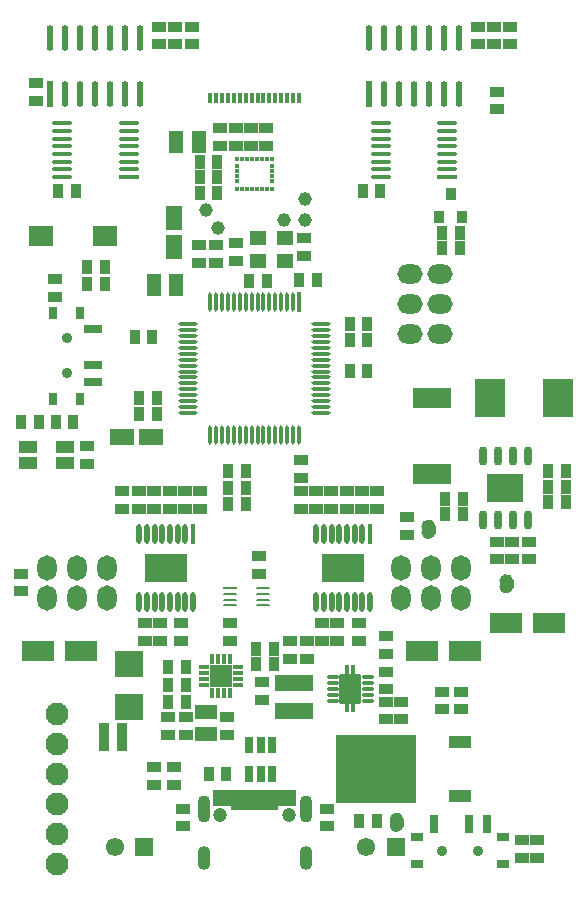
<source format=gts>
G04*
G04 #@! TF.GenerationSoftware,Altium Limited,Altium Designer,22.6.1 (34)*
G04*
G04 Layer_Color=8388736*
%FSLAX44Y44*%
%MOMM*%
G71*
G04*
G04 #@! TF.SameCoordinates,9900268D-5443-4670-A824-5D7C6AAB4451*
G04*
G04*
G04 #@! TF.FilePolarity,Negative*
G04*
G01*
G75*
%ADD13C,0.2500*%
%ADD33R,0.3556X0.8382*%
G04:AMPARAMS|DCode=39|XSize=1.6554mm|YSize=0.3808mm|CornerRadius=0.1904mm|HoleSize=0mm|Usage=FLASHONLY|Rotation=180.000|XOffset=0mm|YOffset=0mm|HoleType=Round|Shape=RoundedRectangle|*
%AMROUNDEDRECTD39*
21,1,1.6554,0.0000,0,0,180.0*
21,1,1.2747,0.3808,0,0,180.0*
1,1,0.3808,-0.6373,0.0000*
1,1,0.3808,0.6373,0.0000*
1,1,0.3808,0.6373,0.0000*
1,1,0.3808,-0.6373,0.0000*
%
%ADD39ROUNDEDRECTD39*%
%ADD40R,1.6554X0.3808*%
G04:AMPARAMS|DCode=45|XSize=0.3mm|YSize=1.6552mm|CornerRadius=0.15mm|HoleSize=0mm|Usage=FLASHONLY|Rotation=270.000|XOffset=0mm|YOffset=0mm|HoleType=Round|Shape=RoundedRectangle|*
%AMROUNDEDRECTD45*
21,1,0.3000,1.3552,0,0,270.0*
21,1,0.0000,1.6552,0,0,270.0*
1,1,0.3000,-0.6776,0.0000*
1,1,0.3000,-0.6776,0.0000*
1,1,0.3000,0.6776,0.0000*
1,1,0.3000,0.6776,0.0000*
%
%ADD45ROUNDEDRECTD45*%
G04:AMPARAMS|DCode=46|XSize=1.6552mm|YSize=0.3mm|CornerRadius=0.15mm|HoleSize=0mm|Usage=FLASHONLY|Rotation=270.000|XOffset=0mm|YOffset=0mm|HoleType=Round|Shape=RoundedRectangle|*
%AMROUNDEDRECTD46*
21,1,1.6552,0.0000,0,0,270.0*
21,1,1.3552,0.3000,0,0,270.0*
1,1,0.3000,0.0000,-0.6776*
1,1,0.3000,0.0000,0.6776*
1,1,0.3000,0.0000,0.6776*
1,1,0.3000,0.0000,-0.6776*
%
%ADD46ROUNDEDRECTD46*%
%ADD47R,0.3000X1.6552*%
%ADD48R,0.4500X1.6554*%
G04:AMPARAMS|DCode=49|XSize=1.6554mm|YSize=0.45mm|CornerRadius=0.225mm|HoleSize=0mm|Usage=FLASHONLY|Rotation=270.000|XOffset=0mm|YOffset=0mm|HoleType=Round|Shape=RoundedRectangle|*
%AMROUNDEDRECTD49*
21,1,1.6554,0.0000,0,0,270.0*
21,1,1.2054,0.4500,0,0,270.0*
1,1,0.4500,0.0000,-0.6027*
1,1,0.4500,0.0000,0.6027*
1,1,0.4500,0.0000,0.6027*
1,1,0.4500,0.0000,-0.6027*
%
%ADD49ROUNDEDRECTD49*%
G04:AMPARAMS|DCode=50|XSize=1.1603mm|YSize=0.2368mm|CornerRadius=0.1184mm|HoleSize=0mm|Usage=FLASHONLY|Rotation=0.000|XOffset=0mm|YOffset=0mm|HoleType=Round|Shape=RoundedRectangle|*
%AMROUNDEDRECTD50*
21,1,1.1603,0.0000,0,0,0.0*
21,1,0.9235,0.2368,0,0,0.0*
1,1,0.2368,0.4618,0.0000*
1,1,0.2368,-0.4618,0.0000*
1,1,0.2368,-0.4618,0.0000*
1,1,0.2368,0.4618,0.0000*
%
%ADD50ROUNDEDRECTD50*%
%ADD51R,1.1603X0.2368*%
G04:AMPARAMS|DCode=52|XSize=2.1741mm|YSize=0.5834mm|CornerRadius=0.2917mm|HoleSize=0mm|Usage=FLASHONLY|Rotation=90.000|XOffset=0mm|YOffset=0mm|HoleType=Round|Shape=RoundedRectangle|*
%AMROUNDEDRECTD52*
21,1,2.1741,0.0000,0,0,90.0*
21,1,1.5907,0.5834,0,0,90.0*
1,1,0.5834,0.0000,0.7953*
1,1,0.5834,0.0000,-0.7953*
1,1,0.5834,0.0000,-0.7953*
1,1,0.5834,0.0000,0.7953*
%
%ADD52ROUNDEDRECTD52*%
%ADD53R,0.5834X2.1741*%
%ADD58R,0.7000X1.5000*%
%ADD59R,1.0000X0.8000*%
%ADD60R,1.0000X0.7000*%
%ADD61R,1.5000X0.7000*%
%ADD62R,0.8000X1.0000*%
%ADD63R,0.7000X1.0000*%
%ADD67C,0.2000*%
%ADD68R,3.2000X1.7200*%
%ADD70C,0.7500*%
%ADD71R,0.8800X1.4800*%
%ADD72R,0.7400X1.3400*%
%ADD73R,0.5800X1.7800*%
%ADD74R,1.1500X0.9500*%
%ADD75R,1.4500X1.2500*%
%ADD76R,2.5500X3.2000*%
%ADD77R,0.7500X1.3500*%
%ADD78R,0.9500X1.1500*%
%ADD79R,1.1500X1.8500*%
%ADD80R,1.8500X1.1500*%
%ADD81R,2.1500X1.7500*%
%ADD82R,0.3300X0.4500*%
%ADD83R,0.4500X0.3300*%
%ADD84O,0.4000X0.9500*%
%ADD85O,0.9500X0.4000*%
%ADD86R,1.8300X1.8300*%
%ADD87R,3.1500X2.3500*%
%ADD88O,0.7500X1.6000*%
%ADD89R,1.9000X1.1000*%
%ADD90R,6.7500X5.7500*%
%ADD91R,3.5500X2.4600*%
%ADD92C,1.1500*%
%ADD93R,2.1000X1.4000*%
%ADD94R,1.4000X2.1000*%
%ADD95R,2.7500X1.7500*%
%ADD96R,3.2500X1.4500*%
G04:AMPARAMS|DCode=97|XSize=1.79mm|YSize=2.54mm|CornerRadius=0.1195mm|HoleSize=0mm|Usage=FLASHONLY|Rotation=0.000|XOffset=0mm|YOffset=0mm|HoleType=Round|Shape=RoundedRectangle|*
%AMROUNDEDRECTD97*
21,1,1.7900,2.3010,0,0,0.0*
21,1,1.5510,2.5400,0,0,0.0*
1,1,0.2390,0.7755,-1.1505*
1,1,0.2390,-0.7755,-1.1505*
1,1,0.2390,-0.7755,1.1505*
1,1,0.2390,0.7755,1.1505*
%
%ADD97ROUNDEDRECTD97*%
G04:AMPARAMS|DCode=98|XSize=0.42mm|YSize=0.99mm|CornerRadius=0.1204mm|HoleSize=0mm|Usage=FLASHONLY|Rotation=90.000|XOffset=0mm|YOffset=0mm|HoleType=Round|Shape=RoundedRectangle|*
%AMROUNDEDRECTD98*
21,1,0.4200,0.7492,0,0,90.0*
21,1,0.1792,0.9900,0,0,90.0*
1,1,0.2408,0.3746,0.0896*
1,1,0.2408,0.3746,-0.0896*
1,1,0.2408,-0.3746,-0.0896*
1,1,0.2408,-0.3746,0.0896*
%
%ADD98ROUNDEDRECTD98*%
%ADD99R,2.4000X2.2000*%
%ADD100R,0.9500X1.0500*%
%ADD101R,1.6500X1.0500*%
%ADD102R,0.4300X0.8500*%
%ADD103C,1.2000*%
%ADD104O,1.1000X2.3000*%
%ADD105O,1.1000X2.0000*%
%ADD106C,1.5500*%
%ADD107R,1.5500X1.5500*%
%ADD108C,0.9000*%
%ADD109C,1.9500*%
%ADD110O,1.6500X2.1500*%
%ADD111O,2.1500X1.6500*%
D13*
X852500Y258875D02*
Y265000D01*
X843500Y258875D02*
Y265000D01*
X777500Y305000D02*
Y311125D01*
X786500Y305000D02*
Y311125D01*
X759500Y56875D02*
Y63000D01*
X750500Y56875D02*
Y63000D01*
D33*
X597500Y673550D02*
D03*
X602500D02*
D03*
X607500D02*
D03*
X612500D02*
D03*
X617500D02*
D03*
X622500D02*
D03*
X627500D02*
D03*
X632500D02*
D03*
X637500D02*
D03*
X642500D02*
D03*
X647500D02*
D03*
X652500D02*
D03*
X657500D02*
D03*
X662500D02*
D03*
X667500D02*
D03*
X672500D02*
D03*
D39*
X471746Y606250D02*
D03*
Y612750D02*
D03*
Y619250D02*
D03*
Y625750D02*
D03*
Y632250D02*
D03*
Y638750D02*
D03*
Y645250D02*
D03*
Y651750D02*
D03*
X528254D02*
D03*
Y645250D02*
D03*
Y638750D02*
D03*
Y632250D02*
D03*
Y625750D02*
D03*
Y619250D02*
D03*
Y612750D02*
D03*
X741746Y606250D02*
D03*
Y612750D02*
D03*
Y619250D02*
D03*
Y625750D02*
D03*
Y632250D02*
D03*
Y638750D02*
D03*
Y645250D02*
D03*
Y651750D02*
D03*
X798254D02*
D03*
Y645250D02*
D03*
Y638750D02*
D03*
Y632250D02*
D03*
Y625750D02*
D03*
Y619250D02*
D03*
Y612750D02*
D03*
D40*
X528254Y606250D02*
D03*
X798254D02*
D03*
D45*
X691255Y481500D02*
D03*
Y476500D02*
D03*
Y471500D02*
D03*
Y466500D02*
D03*
Y461500D02*
D03*
Y456500D02*
D03*
Y451500D02*
D03*
Y446500D02*
D03*
Y441500D02*
D03*
Y436500D02*
D03*
Y431500D02*
D03*
Y426500D02*
D03*
Y421500D02*
D03*
Y416500D02*
D03*
Y411500D02*
D03*
Y406500D02*
D03*
X578745D02*
D03*
Y411500D02*
D03*
Y416500D02*
D03*
Y421500D02*
D03*
Y426500D02*
D03*
Y431500D02*
D03*
Y436500D02*
D03*
Y441500D02*
D03*
Y446500D02*
D03*
Y451500D02*
D03*
Y456500D02*
D03*
Y461500D02*
D03*
Y466500D02*
D03*
Y471500D02*
D03*
Y476500D02*
D03*
Y481500D02*
D03*
D46*
X672500Y387745D02*
D03*
X667500D02*
D03*
X662500D02*
D03*
X657500D02*
D03*
X652500D02*
D03*
X647500D02*
D03*
X642500D02*
D03*
X637500D02*
D03*
X632500D02*
D03*
X627500D02*
D03*
X622500D02*
D03*
X617500D02*
D03*
X612500D02*
D03*
X607500D02*
D03*
X602500D02*
D03*
X597500D02*
D03*
Y500255D02*
D03*
X602500D02*
D03*
X607500D02*
D03*
X612500D02*
D03*
X617500D02*
D03*
X622500D02*
D03*
X627500D02*
D03*
X632500D02*
D03*
X637500D02*
D03*
X642500D02*
D03*
X647500D02*
D03*
X652500D02*
D03*
X657500D02*
D03*
X662500D02*
D03*
X667500D02*
D03*
D47*
X672500D02*
D03*
D48*
X582750Y304000D02*
D03*
X732750D02*
D03*
D49*
X576250D02*
D03*
X569750D02*
D03*
X563250D02*
D03*
X556750D02*
D03*
X550250D02*
D03*
X543750D02*
D03*
X537250D02*
D03*
Y246000D02*
D03*
X543750D02*
D03*
X550250D02*
D03*
X556750D02*
D03*
X563250D02*
D03*
X569750D02*
D03*
X576250D02*
D03*
X582750D02*
D03*
X726250Y304000D02*
D03*
X719750D02*
D03*
X713250D02*
D03*
X706750D02*
D03*
X700250D02*
D03*
X693750D02*
D03*
X687250D02*
D03*
Y246000D02*
D03*
X693750D02*
D03*
X700250D02*
D03*
X706750D02*
D03*
X713250D02*
D03*
X719750D02*
D03*
X726250D02*
D03*
X732750D02*
D03*
D50*
X641759Y258500D02*
D03*
Y253500D02*
D03*
Y248500D02*
D03*
Y243500D02*
D03*
X614241D02*
D03*
Y248500D02*
D03*
Y253500D02*
D03*
D51*
Y258500D02*
D03*
D52*
X461900Y723661D02*
D03*
X474600D02*
D03*
X487300D02*
D03*
X500000D02*
D03*
X512700D02*
D03*
X525400D02*
D03*
X538100D02*
D03*
Y676339D02*
D03*
X525400D02*
D03*
X512700D02*
D03*
X500000D02*
D03*
X487300D02*
D03*
X474600D02*
D03*
X731900Y723661D02*
D03*
X744600D02*
D03*
X757300D02*
D03*
X770000D02*
D03*
X782700D02*
D03*
X795400D02*
D03*
X808100D02*
D03*
Y676339D02*
D03*
X795400D02*
D03*
X782700D02*
D03*
X770000D02*
D03*
X757300D02*
D03*
X744600D02*
D03*
D53*
X461900D02*
D03*
X731900D02*
D03*
D58*
X816500Y58500D02*
D03*
X831500D02*
D03*
X786500D02*
D03*
D59*
X772500Y47500D02*
D03*
D60*
X845500D02*
D03*
X772500Y24500D02*
D03*
X845500D02*
D03*
D61*
X498500Y447500D02*
D03*
Y432500D02*
D03*
Y477500D02*
D03*
D62*
X487500Y491500D02*
D03*
D63*
Y418500D02*
D03*
X464500Y491500D02*
D03*
Y418500D02*
D03*
D67*
X848000Y257000D02*
D03*
Y267000D02*
D03*
X782000Y313000D02*
D03*
Y303000D02*
D03*
X755000Y55000D02*
D03*
Y65000D02*
D03*
D68*
X785000Y419050D02*
D03*
Y354950D02*
D03*
D70*
X850000Y264500D02*
G03*
X850000Y264500I-2000J0D01*
G01*
Y259500D02*
G03*
X850000Y259500I-2000J0D01*
G01*
X784000Y305500D02*
G03*
X784000Y305500I-2000J0D01*
G01*
Y310500D02*
G03*
X784000Y310500I-2000J0D01*
G01*
X757000Y62500D02*
G03*
X757000Y62500I-2000J0D01*
G01*
Y57500D02*
G03*
X757000Y57500I-2000J0D01*
G01*
D71*
X611000Y80500D02*
D03*
X659000D02*
D03*
D72*
X603000D02*
D03*
X667000D02*
D03*
D73*
X617500Y79000D02*
D03*
X622500D02*
D03*
X627500D02*
D03*
X652500D02*
D03*
X647500D02*
D03*
X642500D02*
D03*
X637500D02*
D03*
X632500D02*
D03*
D74*
X746000Y202500D02*
D03*
Y217500D02*
D03*
X794000Y155500D02*
D03*
Y170500D02*
D03*
X567000Y91500D02*
D03*
Y106500D02*
D03*
X746000Y187500D02*
D03*
Y172500D02*
D03*
X810000Y170500D02*
D03*
Y155500D02*
D03*
X840000Y297500D02*
D03*
Y282500D02*
D03*
X550000Y106500D02*
D03*
Y91500D02*
D03*
X641000Y163500D02*
D03*
Y178500D02*
D03*
X614000Y213500D02*
D03*
Y228500D02*
D03*
X589000Y340500D02*
D03*
Y325500D02*
D03*
X576000Y340500D02*
D03*
Y325500D02*
D03*
X523000Y325500D02*
D03*
Y340500D02*
D03*
X563000Y325500D02*
D03*
Y340500D02*
D03*
X550000Y325500D02*
D03*
Y340500D02*
D03*
X739000Y340500D02*
D03*
Y325500D02*
D03*
X726000Y340500D02*
D03*
Y325500D02*
D03*
X674000Y325500D02*
D03*
Y340500D02*
D03*
X713000Y325500D02*
D03*
Y340500D02*
D03*
X700000Y325500D02*
D03*
Y340500D02*
D03*
X696000Y56500D02*
D03*
Y71500D02*
D03*
X574000Y56500D02*
D03*
Y71500D02*
D03*
X466000Y519500D02*
D03*
Y504500D02*
D03*
X493000Y363500D02*
D03*
Y378500D02*
D03*
X861000Y44500D02*
D03*
Y29500D02*
D03*
X554000Y733500D02*
D03*
Y718500D02*
D03*
X824000Y733500D02*
D03*
Y718500D02*
D03*
X582000Y718500D02*
D03*
Y733500D02*
D03*
X838000Y718500D02*
D03*
Y733500D02*
D03*
X746000Y162000D02*
D03*
Y147000D02*
D03*
X759000D02*
D03*
Y162000D02*
D03*
X679000Y198500D02*
D03*
Y213500D02*
D03*
X665000D02*
D03*
Y198500D02*
D03*
X853000Y297500D02*
D03*
Y282500D02*
D03*
X867000D02*
D03*
Y297500D02*
D03*
X561500Y149000D02*
D03*
Y134000D02*
D03*
X611500Y149000D02*
D03*
Y134000D02*
D03*
X450000Y670500D02*
D03*
Y685500D02*
D03*
X840000Y663500D02*
D03*
Y678500D02*
D03*
X568000Y718500D02*
D03*
Y733500D02*
D03*
X851000D02*
D03*
Y718500D02*
D03*
X619000Y632500D02*
D03*
Y647500D02*
D03*
X645000D02*
D03*
Y632500D02*
D03*
X632000D02*
D03*
Y647500D02*
D03*
X606000D02*
D03*
Y632500D02*
D03*
X573000Y228500D02*
D03*
Y213500D02*
D03*
X542000Y228500D02*
D03*
Y213500D02*
D03*
X437000Y255500D02*
D03*
Y270500D02*
D03*
X555000Y228500D02*
D03*
Y213500D02*
D03*
X639000Y270500D02*
D03*
Y285500D02*
D03*
X723000Y228500D02*
D03*
Y213500D02*
D03*
X692000Y228500D02*
D03*
Y213500D02*
D03*
X764250Y318500D02*
D03*
Y303500D02*
D03*
X705000Y228500D02*
D03*
Y213500D02*
D03*
X576500Y134000D02*
D03*
Y149000D02*
D03*
X619000Y550500D02*
D03*
Y535500D02*
D03*
X677000Y554500D02*
D03*
Y539500D02*
D03*
X674000Y351500D02*
D03*
Y366500D02*
D03*
X602000Y548500D02*
D03*
Y533500D02*
D03*
X588000D02*
D03*
Y548500D02*
D03*
X537000Y325500D02*
D03*
Y340500D02*
D03*
X687000Y325500D02*
D03*
Y340500D02*
D03*
X874000Y44500D02*
D03*
Y29500D02*
D03*
D75*
X660500Y535500D02*
D03*
Y554500D02*
D03*
X637500Y535500D02*
D03*
Y554500D02*
D03*
D76*
X834250Y419000D02*
D03*
X891750D02*
D03*
D77*
X630500Y125000D02*
D03*
X640000D02*
D03*
X649500D02*
D03*
Y101000D02*
D03*
X640000D02*
D03*
X630500D02*
D03*
D78*
X898500Y344000D02*
D03*
X883500D02*
D03*
X883500Y331000D02*
D03*
X898500D02*
D03*
X651500Y194000D02*
D03*
X636500D02*
D03*
X636500Y207000D02*
D03*
X651500D02*
D03*
X808500Y546000D02*
D03*
X793500D02*
D03*
X793500Y559000D02*
D03*
X808500D02*
D03*
X715500Y442000D02*
D03*
X730500D02*
D03*
X715500Y468000D02*
D03*
X730500D02*
D03*
X612500Y329000D02*
D03*
X627500D02*
D03*
X627500Y343000D02*
D03*
X612500D02*
D03*
X493000Y516000D02*
D03*
X508000D02*
D03*
X645500Y518000D02*
D03*
X630500D02*
D03*
X437500Y399000D02*
D03*
X452500D02*
D03*
X466500D02*
D03*
X481500D02*
D03*
X738500Y61000D02*
D03*
X723500D02*
D03*
X796500Y321000D02*
D03*
X811500D02*
D03*
Y334000D02*
D03*
X796500D02*
D03*
X898500Y357000D02*
D03*
X883500D02*
D03*
X561500Y191500D02*
D03*
X576500D02*
D03*
X507500Y138000D02*
D03*
X522500D02*
D03*
Y126000D02*
D03*
X507500D02*
D03*
X561500Y161500D02*
D03*
X576500D02*
D03*
X561500Y176500D02*
D03*
X576500D02*
D03*
X468500Y594000D02*
D03*
X483500D02*
D03*
X726500D02*
D03*
X741500D02*
D03*
X603500Y619000D02*
D03*
X588500D02*
D03*
Y606000D02*
D03*
X603500D02*
D03*
Y593000D02*
D03*
X588500D02*
D03*
X611000Y101000D02*
D03*
X596000D02*
D03*
X508000Y530000D02*
D03*
X493000D02*
D03*
X533500Y471000D02*
D03*
X548500D02*
D03*
X552500Y406000D02*
D03*
X537500D02*
D03*
X715500Y482000D02*
D03*
X730500D02*
D03*
X687500Y519000D02*
D03*
X672500D02*
D03*
X552500Y419000D02*
D03*
X537500D02*
D03*
X612500Y357000D02*
D03*
X627500D02*
D03*
D79*
X568750Y636000D02*
D03*
X587750D02*
D03*
X549750Y515000D02*
D03*
X568750D02*
D03*
D80*
X594000Y134500D02*
D03*
Y153500D02*
D03*
D81*
X508000Y556000D02*
D03*
X454000D02*
D03*
D82*
X619950Y596500D02*
D03*
X624250D02*
D03*
X628550D02*
D03*
X632850D02*
D03*
X637150D02*
D03*
X641450D02*
D03*
X645750D02*
D03*
X650050D02*
D03*
Y621500D02*
D03*
X645750D02*
D03*
X641450D02*
D03*
X637150D02*
D03*
X632850D02*
D03*
X628550D02*
D03*
X624250D02*
D03*
X619950D02*
D03*
D83*
Y602550D02*
D03*
Y606850D02*
D03*
Y611150D02*
D03*
X650050Y602550D02*
D03*
Y606850D02*
D03*
Y611150D02*
D03*
Y615450D02*
D03*
X619950D02*
D03*
D84*
X599000Y169500D02*
D03*
X604000D02*
D03*
X609000D02*
D03*
X614000D02*
D03*
Y198500D02*
D03*
X609000D02*
D03*
X604000D02*
D03*
X599000D02*
D03*
D85*
X621000Y176500D02*
D03*
Y181500D02*
D03*
Y186500D02*
D03*
Y191500D02*
D03*
X592000D02*
D03*
Y186500D02*
D03*
Y181500D02*
D03*
Y176500D02*
D03*
D86*
X606500Y184000D02*
D03*
D87*
X847000Y343000D02*
D03*
D88*
X866050Y370250D02*
D03*
X853350D02*
D03*
X840650D02*
D03*
X827950D02*
D03*
X866050Y315750D02*
D03*
X853350D02*
D03*
X840650D02*
D03*
X827950D02*
D03*
D89*
X809000Y82200D02*
D03*
Y127800D02*
D03*
D90*
X738000Y105000D02*
D03*
D91*
X560000Y275000D02*
D03*
X710000D02*
D03*
D92*
X660000Y570000D02*
D03*
X604000Y563000D02*
D03*
X594000Y578000D02*
D03*
X678000Y570000D02*
D03*
Y588000D02*
D03*
D93*
X547250Y386000D02*
D03*
X522750D02*
D03*
D94*
X567000Y546750D02*
D03*
Y571250D02*
D03*
D95*
X777000Y205000D02*
D03*
X813000D02*
D03*
X488000D02*
D03*
X452000D02*
D03*
X848000Y229000D02*
D03*
X884000D02*
D03*
D96*
X668000Y178250D02*
D03*
Y153750D02*
D03*
D97*
X716000Y173000D02*
D03*
D98*
X701250Y183000D02*
D03*
Y178000D02*
D03*
Y173000D02*
D03*
Y168000D02*
D03*
Y163000D02*
D03*
X730750D02*
D03*
Y168000D02*
D03*
Y173000D02*
D03*
Y178000D02*
D03*
Y183000D02*
D03*
D99*
X529000Y157750D02*
D03*
Y194250D02*
D03*
D100*
X801000Y592000D02*
D03*
X810500Y572000D02*
D03*
X791500D02*
D03*
D101*
X443500Y378075D02*
D03*
Y363925D02*
D03*
X474500Y363900D02*
D03*
Y378075D02*
D03*
D102*
X713500Y188500D02*
D03*
X718500D02*
D03*
Y157500D02*
D03*
X713500D02*
D03*
D103*
X664000Y66500D02*
D03*
X606000D02*
D03*
D104*
X591750Y71500D02*
D03*
X678250D02*
D03*
D105*
Y29500D02*
D03*
X591750D02*
D03*
D106*
X729500Y39250D02*
D03*
X516500D02*
D03*
D107*
X754500D02*
D03*
X541500D02*
D03*
D108*
X794000Y36000D02*
D03*
X824000D02*
D03*
X476000Y470000D02*
D03*
Y440000D02*
D03*
D109*
X468000Y75300D02*
D03*
Y49900D02*
D03*
Y24500D02*
D03*
Y100700D02*
D03*
Y126100D02*
D03*
Y151500D02*
D03*
D110*
X784600Y275000D02*
D03*
X810000D02*
D03*
Y249600D02*
D03*
X784600D02*
D03*
X759200Y275000D02*
D03*
Y249600D02*
D03*
X459200D02*
D03*
Y275000D02*
D03*
X484600Y249600D02*
D03*
X510000D02*
D03*
Y275000D02*
D03*
X484600D02*
D03*
D111*
X792000Y499000D02*
D03*
Y473600D02*
D03*
X766600D02*
D03*
Y499000D02*
D03*
X792000Y524400D02*
D03*
X766600D02*
D03*
M02*

</source>
